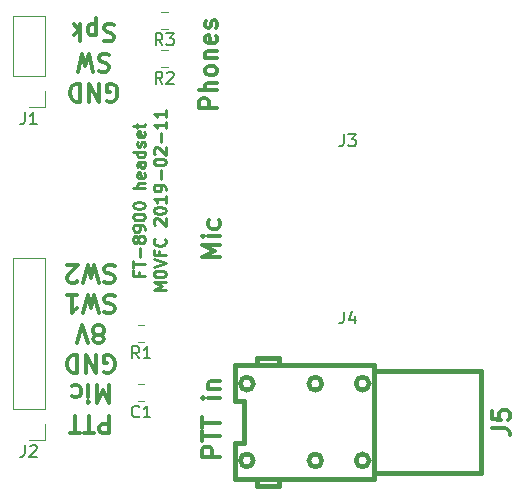
<source format=gto>
G04 #@! TF.GenerationSoftware,KiCad,Pcbnew,(5.0.1)-4*
G04 #@! TF.CreationDate,2019-02-11T23:05:39+00:00*
G04 #@! TF.ProjectId,FT-8900-Headset,46542D383930302D486561647365742E,rev?*
G04 #@! TF.SameCoordinates,Original*
G04 #@! TF.FileFunction,Legend,Top*
G04 #@! TF.FilePolarity,Positive*
%FSLAX46Y46*%
G04 Gerber Fmt 4.6, Leading zero omitted, Abs format (unit mm)*
G04 Created by KiCad (PCBNEW (5.0.1)-4) date 11/02/2019 23:05:39*
%MOMM*%
%LPD*%
G01*
G04 APERTURE LIST*
%ADD10C,0.300000*%
%ADD11C,0.250000*%
%ADD12C,0.381000*%
%ADD13C,0.120000*%
%ADD14C,0.304800*%
%ADD15C,0.150000*%
G04 APERTURE END LIST*
D10*
X159892857Y-92300000D02*
X160035714Y-92371428D01*
X160250000Y-92371428D01*
X160464285Y-92300000D01*
X160607142Y-92157142D01*
X160678571Y-92014285D01*
X160750000Y-91728571D01*
X160750000Y-91514285D01*
X160678571Y-91228571D01*
X160607142Y-91085714D01*
X160464285Y-90942857D01*
X160250000Y-90871428D01*
X160107142Y-90871428D01*
X159892857Y-90942857D01*
X159821428Y-91014285D01*
X159821428Y-91514285D01*
X160107142Y-91514285D01*
X159178571Y-90871428D02*
X159178571Y-92371428D01*
X158321428Y-90871428D01*
X158321428Y-92371428D01*
X157607142Y-90871428D02*
X157607142Y-92371428D01*
X157250000Y-92371428D01*
X157035714Y-92300000D01*
X156892857Y-92157142D01*
X156821428Y-92014285D01*
X156750000Y-91728571D01*
X156750000Y-91514285D01*
X156821428Y-91228571D01*
X156892857Y-91085714D01*
X157035714Y-90942857D01*
X157250000Y-90871428D01*
X157607142Y-90871428D01*
X160035714Y-88392857D02*
X159821428Y-88321428D01*
X159464285Y-88321428D01*
X159321428Y-88392857D01*
X159250000Y-88464285D01*
X159178571Y-88607142D01*
X159178571Y-88750000D01*
X159250000Y-88892857D01*
X159321428Y-88964285D01*
X159464285Y-89035714D01*
X159750000Y-89107142D01*
X159892857Y-89178571D01*
X159964285Y-89250000D01*
X160035714Y-89392857D01*
X160035714Y-89535714D01*
X159964285Y-89678571D01*
X159892857Y-89750000D01*
X159750000Y-89821428D01*
X159392857Y-89821428D01*
X159178571Y-89750000D01*
X158678571Y-89821428D02*
X158321428Y-88321428D01*
X158035714Y-89392857D01*
X157750000Y-88321428D01*
X157392857Y-89821428D01*
X160464285Y-85842857D02*
X160250000Y-85771428D01*
X159892857Y-85771428D01*
X159750000Y-85842857D01*
X159678571Y-85914285D01*
X159607142Y-86057142D01*
X159607142Y-86200000D01*
X159678571Y-86342857D01*
X159750000Y-86414285D01*
X159892857Y-86485714D01*
X160178571Y-86557142D01*
X160321428Y-86628571D01*
X160392857Y-86700000D01*
X160464285Y-86842857D01*
X160464285Y-86985714D01*
X160392857Y-87128571D01*
X160321428Y-87200000D01*
X160178571Y-87271428D01*
X159821428Y-87271428D01*
X159607142Y-87200000D01*
X158964285Y-86771428D02*
X158964285Y-85271428D01*
X158964285Y-86700000D02*
X158821428Y-86771428D01*
X158535714Y-86771428D01*
X158392857Y-86700000D01*
X158321428Y-86628571D01*
X158250000Y-86485714D01*
X158250000Y-86057142D01*
X158321428Y-85914285D01*
X158392857Y-85842857D01*
X158535714Y-85771428D01*
X158821428Y-85771428D01*
X158964285Y-85842857D01*
X157607142Y-85771428D02*
X157607142Y-87271428D01*
X157464285Y-86342857D02*
X157035714Y-85771428D01*
X157035714Y-86771428D02*
X157607142Y-86200000D01*
X160035714Y-118946428D02*
X160035714Y-120446428D01*
X159464285Y-120446428D01*
X159321428Y-120375000D01*
X159250000Y-120303571D01*
X159178571Y-120160714D01*
X159178571Y-119946428D01*
X159250000Y-119803571D01*
X159321428Y-119732142D01*
X159464285Y-119660714D01*
X160035714Y-119660714D01*
X158750000Y-120446428D02*
X157892857Y-120446428D01*
X158321428Y-118946428D02*
X158321428Y-120446428D01*
X157607142Y-120446428D02*
X156750000Y-120446428D01*
X157178571Y-118946428D02*
X157178571Y-120446428D01*
X160000000Y-116396428D02*
X160000000Y-117896428D01*
X159500000Y-116825000D01*
X159000000Y-117896428D01*
X159000000Y-116396428D01*
X158285714Y-116396428D02*
X158285714Y-117396428D01*
X158285714Y-117896428D02*
X158357142Y-117825000D01*
X158285714Y-117753571D01*
X158214285Y-117825000D01*
X158285714Y-117896428D01*
X158285714Y-117753571D01*
X156928571Y-116467857D02*
X157071428Y-116396428D01*
X157357142Y-116396428D01*
X157500000Y-116467857D01*
X157571428Y-116539285D01*
X157642857Y-116682142D01*
X157642857Y-117110714D01*
X157571428Y-117253571D01*
X157500000Y-117325000D01*
X157357142Y-117396428D01*
X157071428Y-117396428D01*
X156928571Y-117325000D01*
X159642857Y-115275000D02*
X159785714Y-115346428D01*
X160000000Y-115346428D01*
X160214285Y-115275000D01*
X160357142Y-115132142D01*
X160428571Y-114989285D01*
X160500000Y-114703571D01*
X160500000Y-114489285D01*
X160428571Y-114203571D01*
X160357142Y-114060714D01*
X160214285Y-113917857D01*
X160000000Y-113846428D01*
X159857142Y-113846428D01*
X159642857Y-113917857D01*
X159571428Y-113989285D01*
X159571428Y-114489285D01*
X159857142Y-114489285D01*
X158928571Y-113846428D02*
X158928571Y-115346428D01*
X158071428Y-113846428D01*
X158071428Y-115346428D01*
X157357142Y-113846428D02*
X157357142Y-115346428D01*
X157000000Y-115346428D01*
X156785714Y-115275000D01*
X156642857Y-115132142D01*
X156571428Y-114989285D01*
X156500000Y-114703571D01*
X156500000Y-114489285D01*
X156571428Y-114203571D01*
X156642857Y-114060714D01*
X156785714Y-113917857D01*
X157000000Y-113846428D01*
X157357142Y-113846428D01*
X159285714Y-112153571D02*
X159428571Y-112225000D01*
X159500000Y-112296428D01*
X159571428Y-112439285D01*
X159571428Y-112510714D01*
X159500000Y-112653571D01*
X159428571Y-112725000D01*
X159285714Y-112796428D01*
X159000000Y-112796428D01*
X158857142Y-112725000D01*
X158785714Y-112653571D01*
X158714285Y-112510714D01*
X158714285Y-112439285D01*
X158785714Y-112296428D01*
X158857142Y-112225000D01*
X159000000Y-112153571D01*
X159285714Y-112153571D01*
X159428571Y-112082142D01*
X159500000Y-112010714D01*
X159571428Y-111867857D01*
X159571428Y-111582142D01*
X159500000Y-111439285D01*
X159428571Y-111367857D01*
X159285714Y-111296428D01*
X159000000Y-111296428D01*
X158857142Y-111367857D01*
X158785714Y-111439285D01*
X158714285Y-111582142D01*
X158714285Y-111867857D01*
X158785714Y-112010714D01*
X158857142Y-112082142D01*
X159000000Y-112153571D01*
X158285714Y-112796428D02*
X157785714Y-111296428D01*
X157285714Y-112796428D01*
X160500000Y-108817857D02*
X160285714Y-108746428D01*
X159928571Y-108746428D01*
X159785714Y-108817857D01*
X159714285Y-108889285D01*
X159642857Y-109032142D01*
X159642857Y-109175000D01*
X159714285Y-109317857D01*
X159785714Y-109389285D01*
X159928571Y-109460714D01*
X160214285Y-109532142D01*
X160357142Y-109603571D01*
X160428571Y-109675000D01*
X160500000Y-109817857D01*
X160500000Y-109960714D01*
X160428571Y-110103571D01*
X160357142Y-110175000D01*
X160214285Y-110246428D01*
X159857142Y-110246428D01*
X159642857Y-110175000D01*
X159142857Y-110246428D02*
X158785714Y-108746428D01*
X158500000Y-109817857D01*
X158214285Y-108746428D01*
X157857142Y-110246428D01*
X156500000Y-108746428D02*
X157357142Y-108746428D01*
X156928571Y-108746428D02*
X156928571Y-110246428D01*
X157071428Y-110032142D01*
X157214285Y-109889285D01*
X157357142Y-109817857D01*
X160500000Y-106267857D02*
X160285714Y-106196428D01*
X159928571Y-106196428D01*
X159785714Y-106267857D01*
X159714285Y-106339285D01*
X159642857Y-106482142D01*
X159642857Y-106625000D01*
X159714285Y-106767857D01*
X159785714Y-106839285D01*
X159928571Y-106910714D01*
X160214285Y-106982142D01*
X160357142Y-107053571D01*
X160428571Y-107125000D01*
X160500000Y-107267857D01*
X160500000Y-107410714D01*
X160428571Y-107553571D01*
X160357142Y-107625000D01*
X160214285Y-107696428D01*
X159857142Y-107696428D01*
X159642857Y-107625000D01*
X159142857Y-107696428D02*
X158785714Y-106196428D01*
X158500000Y-107267857D01*
X158214285Y-106196428D01*
X157857142Y-107696428D01*
X157357142Y-107553571D02*
X157285714Y-107625000D01*
X157142857Y-107696428D01*
X156785714Y-107696428D01*
X156642857Y-107625000D01*
X156571428Y-107553571D01*
X156500000Y-107410714D01*
X156500000Y-107267857D01*
X156571428Y-107053571D01*
X157428571Y-106196428D01*
X156500000Y-106196428D01*
X169178571Y-92928571D02*
X167678571Y-92928571D01*
X167678571Y-92357142D01*
X167750000Y-92214285D01*
X167821428Y-92142857D01*
X167964285Y-92071428D01*
X168178571Y-92071428D01*
X168321428Y-92142857D01*
X168392857Y-92214285D01*
X168464285Y-92357142D01*
X168464285Y-92928571D01*
X169178571Y-91428571D02*
X167678571Y-91428571D01*
X169178571Y-90785714D02*
X168392857Y-90785714D01*
X168250000Y-90857142D01*
X168178571Y-91000000D01*
X168178571Y-91214285D01*
X168250000Y-91357142D01*
X168321428Y-91428571D01*
X169178571Y-89857142D02*
X169107142Y-90000000D01*
X169035714Y-90071428D01*
X168892857Y-90142857D01*
X168464285Y-90142857D01*
X168321428Y-90071428D01*
X168250000Y-90000000D01*
X168178571Y-89857142D01*
X168178571Y-89642857D01*
X168250000Y-89500000D01*
X168321428Y-89428571D01*
X168464285Y-89357142D01*
X168892857Y-89357142D01*
X169035714Y-89428571D01*
X169107142Y-89500000D01*
X169178571Y-89642857D01*
X169178571Y-89857142D01*
X168178571Y-88714285D02*
X169178571Y-88714285D01*
X168321428Y-88714285D02*
X168250000Y-88642857D01*
X168178571Y-88500000D01*
X168178571Y-88285714D01*
X168250000Y-88142857D01*
X168392857Y-88071428D01*
X169178571Y-88071428D01*
X169107142Y-86785714D02*
X169178571Y-86928571D01*
X169178571Y-87214285D01*
X169107142Y-87357142D01*
X168964285Y-87428571D01*
X168392857Y-87428571D01*
X168250000Y-87357142D01*
X168178571Y-87214285D01*
X168178571Y-86928571D01*
X168250000Y-86785714D01*
X168392857Y-86714285D01*
X168535714Y-86714285D01*
X168678571Y-87428571D01*
X169107142Y-86142857D02*
X169178571Y-86000000D01*
X169178571Y-85714285D01*
X169107142Y-85571428D01*
X168964285Y-85500000D01*
X168892857Y-85500000D01*
X168750000Y-85571428D01*
X168678571Y-85714285D01*
X168678571Y-85928571D01*
X168607142Y-86071428D01*
X168464285Y-86142857D01*
X168392857Y-86142857D01*
X168250000Y-86071428D01*
X168178571Y-85928571D01*
X168178571Y-85714285D01*
X168250000Y-85571428D01*
X169428571Y-105500000D02*
X167928571Y-105500000D01*
X169000000Y-105000000D01*
X167928571Y-104500000D01*
X169428571Y-104500000D01*
X169428571Y-103785714D02*
X168428571Y-103785714D01*
X167928571Y-103785714D02*
X168000000Y-103857142D01*
X168071428Y-103785714D01*
X168000000Y-103714285D01*
X167928571Y-103785714D01*
X168071428Y-103785714D01*
X169357142Y-102428571D02*
X169428571Y-102571428D01*
X169428571Y-102857142D01*
X169357142Y-103000000D01*
X169285714Y-103071428D01*
X169142857Y-103142857D01*
X168714285Y-103142857D01*
X168571428Y-103071428D01*
X168500000Y-103000000D01*
X168428571Y-102857142D01*
X168428571Y-102571428D01*
X168500000Y-102428571D01*
D11*
X162553571Y-106797619D02*
X162553571Y-107130952D01*
X163077380Y-107130952D02*
X162077380Y-107130952D01*
X162077380Y-106654761D01*
X162077380Y-106416666D02*
X162077380Y-105845238D01*
X163077380Y-106130952D02*
X162077380Y-106130952D01*
X162696428Y-105511904D02*
X162696428Y-104750000D01*
X162505952Y-104130952D02*
X162458333Y-104226190D01*
X162410714Y-104273809D01*
X162315476Y-104321428D01*
X162267857Y-104321428D01*
X162172619Y-104273809D01*
X162125000Y-104226190D01*
X162077380Y-104130952D01*
X162077380Y-103940476D01*
X162125000Y-103845238D01*
X162172619Y-103797619D01*
X162267857Y-103750000D01*
X162315476Y-103750000D01*
X162410714Y-103797619D01*
X162458333Y-103845238D01*
X162505952Y-103940476D01*
X162505952Y-104130952D01*
X162553571Y-104226190D01*
X162601190Y-104273809D01*
X162696428Y-104321428D01*
X162886904Y-104321428D01*
X162982142Y-104273809D01*
X163029761Y-104226190D01*
X163077380Y-104130952D01*
X163077380Y-103940476D01*
X163029761Y-103845238D01*
X162982142Y-103797619D01*
X162886904Y-103750000D01*
X162696428Y-103750000D01*
X162601190Y-103797619D01*
X162553571Y-103845238D01*
X162505952Y-103940476D01*
X163077380Y-103273809D02*
X163077380Y-103083333D01*
X163029761Y-102988095D01*
X162982142Y-102940476D01*
X162839285Y-102845238D01*
X162648809Y-102797619D01*
X162267857Y-102797619D01*
X162172619Y-102845238D01*
X162125000Y-102892857D01*
X162077380Y-102988095D01*
X162077380Y-103178571D01*
X162125000Y-103273809D01*
X162172619Y-103321428D01*
X162267857Y-103369047D01*
X162505952Y-103369047D01*
X162601190Y-103321428D01*
X162648809Y-103273809D01*
X162696428Y-103178571D01*
X162696428Y-102988095D01*
X162648809Y-102892857D01*
X162601190Y-102845238D01*
X162505952Y-102797619D01*
X162077380Y-102178571D02*
X162077380Y-102083333D01*
X162125000Y-101988095D01*
X162172619Y-101940476D01*
X162267857Y-101892857D01*
X162458333Y-101845238D01*
X162696428Y-101845238D01*
X162886904Y-101892857D01*
X162982142Y-101940476D01*
X163029761Y-101988095D01*
X163077380Y-102083333D01*
X163077380Y-102178571D01*
X163029761Y-102273809D01*
X162982142Y-102321428D01*
X162886904Y-102369047D01*
X162696428Y-102416666D01*
X162458333Y-102416666D01*
X162267857Y-102369047D01*
X162172619Y-102321428D01*
X162125000Y-102273809D01*
X162077380Y-102178571D01*
X162077380Y-101226190D02*
X162077380Y-101130952D01*
X162125000Y-101035714D01*
X162172619Y-100988095D01*
X162267857Y-100940476D01*
X162458333Y-100892857D01*
X162696428Y-100892857D01*
X162886904Y-100940476D01*
X162982142Y-100988095D01*
X163029761Y-101035714D01*
X163077380Y-101130952D01*
X163077380Y-101226190D01*
X163029761Y-101321428D01*
X162982142Y-101369047D01*
X162886904Y-101416666D01*
X162696428Y-101464285D01*
X162458333Y-101464285D01*
X162267857Y-101416666D01*
X162172619Y-101369047D01*
X162125000Y-101321428D01*
X162077380Y-101226190D01*
X163077380Y-99702380D02*
X162077380Y-99702380D01*
X163077380Y-99273809D02*
X162553571Y-99273809D01*
X162458333Y-99321428D01*
X162410714Y-99416666D01*
X162410714Y-99559523D01*
X162458333Y-99654761D01*
X162505952Y-99702380D01*
X163029761Y-98416666D02*
X163077380Y-98511904D01*
X163077380Y-98702380D01*
X163029761Y-98797619D01*
X162934523Y-98845238D01*
X162553571Y-98845238D01*
X162458333Y-98797619D01*
X162410714Y-98702380D01*
X162410714Y-98511904D01*
X162458333Y-98416666D01*
X162553571Y-98369047D01*
X162648809Y-98369047D01*
X162744047Y-98845238D01*
X163077380Y-97511904D02*
X162553571Y-97511904D01*
X162458333Y-97559523D01*
X162410714Y-97654761D01*
X162410714Y-97845238D01*
X162458333Y-97940476D01*
X163029761Y-97511904D02*
X163077380Y-97607142D01*
X163077380Y-97845238D01*
X163029761Y-97940476D01*
X162934523Y-97988095D01*
X162839285Y-97988095D01*
X162744047Y-97940476D01*
X162696428Y-97845238D01*
X162696428Y-97607142D01*
X162648809Y-97511904D01*
X163077380Y-96607142D02*
X162077380Y-96607142D01*
X163029761Y-96607142D02*
X163077380Y-96702380D01*
X163077380Y-96892857D01*
X163029761Y-96988095D01*
X162982142Y-97035714D01*
X162886904Y-97083333D01*
X162601190Y-97083333D01*
X162505952Y-97035714D01*
X162458333Y-96988095D01*
X162410714Y-96892857D01*
X162410714Y-96702380D01*
X162458333Y-96607142D01*
X163029761Y-96178571D02*
X163077380Y-96083333D01*
X163077380Y-95892857D01*
X163029761Y-95797619D01*
X162934523Y-95750000D01*
X162886904Y-95750000D01*
X162791666Y-95797619D01*
X162744047Y-95892857D01*
X162744047Y-96035714D01*
X162696428Y-96130952D01*
X162601190Y-96178571D01*
X162553571Y-96178571D01*
X162458333Y-96130952D01*
X162410714Y-96035714D01*
X162410714Y-95892857D01*
X162458333Y-95797619D01*
X163029761Y-94940476D02*
X163077380Y-95035714D01*
X163077380Y-95226190D01*
X163029761Y-95321428D01*
X162934523Y-95369047D01*
X162553571Y-95369047D01*
X162458333Y-95321428D01*
X162410714Y-95226190D01*
X162410714Y-95035714D01*
X162458333Y-94940476D01*
X162553571Y-94892857D01*
X162648809Y-94892857D01*
X162744047Y-95369047D01*
X162410714Y-94607142D02*
X162410714Y-94226190D01*
X162077380Y-94464285D02*
X162934523Y-94464285D01*
X163029761Y-94416666D01*
X163077380Y-94321428D01*
X163077380Y-94226190D01*
X164827380Y-108345238D02*
X163827380Y-108345238D01*
X164541666Y-108011904D01*
X163827380Y-107678571D01*
X164827380Y-107678571D01*
X163827380Y-107011904D02*
X163827380Y-106916666D01*
X163875000Y-106821428D01*
X163922619Y-106773809D01*
X164017857Y-106726190D01*
X164208333Y-106678571D01*
X164446428Y-106678571D01*
X164636904Y-106726190D01*
X164732142Y-106773809D01*
X164779761Y-106821428D01*
X164827380Y-106916666D01*
X164827380Y-107011904D01*
X164779761Y-107107142D01*
X164732142Y-107154761D01*
X164636904Y-107202380D01*
X164446428Y-107250000D01*
X164208333Y-107250000D01*
X164017857Y-107202380D01*
X163922619Y-107154761D01*
X163875000Y-107107142D01*
X163827380Y-107011904D01*
X163827380Y-106392857D02*
X164827380Y-106059523D01*
X163827380Y-105726190D01*
X164303571Y-105059523D02*
X164303571Y-105392857D01*
X164827380Y-105392857D02*
X163827380Y-105392857D01*
X163827380Y-104916666D01*
X164732142Y-103964285D02*
X164779761Y-104011904D01*
X164827380Y-104154761D01*
X164827380Y-104250000D01*
X164779761Y-104392857D01*
X164684523Y-104488095D01*
X164589285Y-104535714D01*
X164398809Y-104583333D01*
X164255952Y-104583333D01*
X164065476Y-104535714D01*
X163970238Y-104488095D01*
X163875000Y-104392857D01*
X163827380Y-104250000D01*
X163827380Y-104154761D01*
X163875000Y-104011904D01*
X163922619Y-103964285D01*
X163922619Y-102821428D02*
X163875000Y-102773809D01*
X163827380Y-102678571D01*
X163827380Y-102440476D01*
X163875000Y-102345238D01*
X163922619Y-102297619D01*
X164017857Y-102250000D01*
X164113095Y-102250000D01*
X164255952Y-102297619D01*
X164827380Y-102869047D01*
X164827380Y-102250000D01*
X163827380Y-101630952D02*
X163827380Y-101535714D01*
X163875000Y-101440476D01*
X163922619Y-101392857D01*
X164017857Y-101345238D01*
X164208333Y-101297619D01*
X164446428Y-101297619D01*
X164636904Y-101345238D01*
X164732142Y-101392857D01*
X164779761Y-101440476D01*
X164827380Y-101535714D01*
X164827380Y-101630952D01*
X164779761Y-101726190D01*
X164732142Y-101773809D01*
X164636904Y-101821428D01*
X164446428Y-101869047D01*
X164208333Y-101869047D01*
X164017857Y-101821428D01*
X163922619Y-101773809D01*
X163875000Y-101726190D01*
X163827380Y-101630952D01*
X164827380Y-100345238D02*
X164827380Y-100916666D01*
X164827380Y-100630952D02*
X163827380Y-100630952D01*
X163970238Y-100726190D01*
X164065476Y-100821428D01*
X164113095Y-100916666D01*
X164827380Y-99869047D02*
X164827380Y-99678571D01*
X164779761Y-99583333D01*
X164732142Y-99535714D01*
X164589285Y-99440476D01*
X164398809Y-99392857D01*
X164017857Y-99392857D01*
X163922619Y-99440476D01*
X163875000Y-99488095D01*
X163827380Y-99583333D01*
X163827380Y-99773809D01*
X163875000Y-99869047D01*
X163922619Y-99916666D01*
X164017857Y-99964285D01*
X164255952Y-99964285D01*
X164351190Y-99916666D01*
X164398809Y-99869047D01*
X164446428Y-99773809D01*
X164446428Y-99583333D01*
X164398809Y-99488095D01*
X164351190Y-99440476D01*
X164255952Y-99392857D01*
X164446428Y-98964285D02*
X164446428Y-98202380D01*
X163827380Y-97535714D02*
X163827380Y-97440476D01*
X163875000Y-97345238D01*
X163922619Y-97297619D01*
X164017857Y-97250000D01*
X164208333Y-97202380D01*
X164446428Y-97202380D01*
X164636904Y-97250000D01*
X164732142Y-97297619D01*
X164779761Y-97345238D01*
X164827380Y-97440476D01*
X164827380Y-97535714D01*
X164779761Y-97630952D01*
X164732142Y-97678571D01*
X164636904Y-97726190D01*
X164446428Y-97773809D01*
X164208333Y-97773809D01*
X164017857Y-97726190D01*
X163922619Y-97678571D01*
X163875000Y-97630952D01*
X163827380Y-97535714D01*
X163922619Y-96821428D02*
X163875000Y-96773809D01*
X163827380Y-96678571D01*
X163827380Y-96440476D01*
X163875000Y-96345238D01*
X163922619Y-96297619D01*
X164017857Y-96250000D01*
X164113095Y-96250000D01*
X164255952Y-96297619D01*
X164827380Y-96869047D01*
X164827380Y-96250000D01*
X164446428Y-95821428D02*
X164446428Y-95059523D01*
X164827380Y-94059523D02*
X164827380Y-94630952D01*
X164827380Y-94345238D02*
X163827380Y-94345238D01*
X163970238Y-94440476D01*
X164065476Y-94535714D01*
X164113095Y-94630952D01*
X164827380Y-93107142D02*
X164827380Y-93678571D01*
X164827380Y-93392857D02*
X163827380Y-93392857D01*
X163970238Y-93488095D01*
X164065476Y-93583333D01*
X164113095Y-93678571D01*
D12*
G04 #@! TO.C,J5*
X170700420Y-114699400D02*
X182501260Y-114699400D01*
X182498720Y-124300600D02*
X170697880Y-124300600D01*
X182501260Y-114699400D02*
X182501260Y-124300600D01*
X170700420Y-117699140D02*
X170700420Y-114699400D01*
X171500520Y-117699140D02*
X170700420Y-117699140D01*
X171500520Y-121300860D02*
X171500520Y-117699140D01*
X170700420Y-121300860D02*
X171500520Y-121300860D01*
X170700420Y-124300600D02*
X170700420Y-121300860D01*
X174401200Y-124900040D02*
X172600340Y-124900040D01*
X174401200Y-124300600D02*
X174401200Y-124900040D01*
X172600340Y-124900040D02*
X172600340Y-124300600D01*
X174401200Y-114099960D02*
X174401200Y-114699400D01*
X172600340Y-114099960D02*
X174401200Y-114099960D01*
X172600340Y-114699400D02*
X172600340Y-114099960D01*
X191500480Y-115199780D02*
X182501260Y-115199780D01*
X191500480Y-123800220D02*
X191500480Y-115199780D01*
X182501260Y-123800220D02*
X191500480Y-123800220D01*
X178053516Y-116248800D02*
G75*
G03X178053516Y-116248800I-553516J0D01*
G01*
X178048640Y-122751200D02*
G75*
G03X178048640Y-122751200I-548640J0D01*
G01*
X182051487Y-122751200D02*
G75*
G03X182051487Y-122751200I-550987J0D01*
G01*
X182053789Y-116248800D02*
G75*
G03X182053789Y-116248800I-553289J0D01*
G01*
X172254696Y-116248800D02*
G75*
G03X172254696Y-116248800I-553516J0D01*
G01*
X172249820Y-122751200D02*
G75*
G03X172249820Y-122751200I-548640J0D01*
G01*
D13*
G04 #@! TO.C,C1*
X163011252Y-117710000D02*
X162488748Y-117710000D01*
X163011252Y-116290000D02*
X162488748Y-116290000D01*
G04 #@! TO.C,J1*
X154580000Y-85090000D02*
X151920000Y-85090000D01*
X154580000Y-90230000D02*
X154580000Y-85090000D01*
X151920000Y-90230000D02*
X151920000Y-85090000D01*
X154580000Y-90230000D02*
X151920000Y-90230000D01*
X154580000Y-91500000D02*
X154580000Y-92830000D01*
X154580000Y-92830000D02*
X153250000Y-92830000D01*
G04 #@! TO.C,J2*
X154580000Y-105630000D02*
X151920000Y-105630000D01*
X154580000Y-118390000D02*
X154580000Y-105630000D01*
X151920000Y-118390000D02*
X151920000Y-105630000D01*
X154580000Y-118390000D02*
X151920000Y-118390000D01*
X154580000Y-119660000D02*
X154580000Y-120990000D01*
X154580000Y-120990000D02*
X153250000Y-120990000D01*
G04 #@! TO.C,R1*
X163011252Y-112710000D02*
X162488748Y-112710000D01*
X163011252Y-111290000D02*
X162488748Y-111290000D01*
G04 #@! TO.C,R2*
X164986252Y-89460000D02*
X164463748Y-89460000D01*
X164986252Y-88040000D02*
X164463748Y-88040000D01*
G04 #@! TO.C,R3*
X164986252Y-84790000D02*
X164463748Y-84790000D01*
X164986252Y-86210000D02*
X164463748Y-86210000D01*
G04 #@! TO.C,J5*
D14*
X192464228Y-120008000D02*
X193552800Y-120008000D01*
X193770514Y-120080571D01*
X193915657Y-120225714D01*
X193988228Y-120443428D01*
X193988228Y-120588571D01*
X192464228Y-118556571D02*
X192464228Y-119282285D01*
X193189942Y-119354857D01*
X193117371Y-119282285D01*
X193044800Y-119137142D01*
X193044800Y-118774285D01*
X193117371Y-118629142D01*
X193189942Y-118556571D01*
X193335085Y-118484000D01*
X193697942Y-118484000D01*
X193843085Y-118556571D01*
X193915657Y-118629142D01*
X193988228Y-118774285D01*
X193988228Y-119137142D01*
X193915657Y-119282285D01*
X193843085Y-119354857D01*
X169439428Y-122443142D02*
X167915428Y-122443142D01*
X167915428Y-121862571D01*
X167988000Y-121717428D01*
X168060571Y-121644857D01*
X168205714Y-121572285D01*
X168423428Y-121572285D01*
X168568571Y-121644857D01*
X168641142Y-121717428D01*
X168713714Y-121862571D01*
X168713714Y-122443142D01*
X167915428Y-121136857D02*
X167915428Y-120266000D01*
X169439428Y-120701428D02*
X167915428Y-120701428D01*
X167915428Y-119975714D02*
X167915428Y-119104857D01*
X169439428Y-119540285D02*
X167915428Y-119540285D01*
X169439428Y-117435714D02*
X168423428Y-117435714D01*
X167915428Y-117435714D02*
X167988000Y-117508285D01*
X168060571Y-117435714D01*
X167988000Y-117363142D01*
X167915428Y-117435714D01*
X168060571Y-117435714D01*
X168423428Y-116710000D02*
X169439428Y-116710000D01*
X168568571Y-116710000D02*
X168496000Y-116637428D01*
X168423428Y-116492285D01*
X168423428Y-116274571D01*
X168496000Y-116129428D01*
X168641142Y-116056857D01*
X169439428Y-116056857D01*
G04 #@! TO.C,C1*
D15*
X162583333Y-119007142D02*
X162535714Y-119054761D01*
X162392857Y-119102380D01*
X162297619Y-119102380D01*
X162154761Y-119054761D01*
X162059523Y-118959523D01*
X162011904Y-118864285D01*
X161964285Y-118673809D01*
X161964285Y-118530952D01*
X162011904Y-118340476D01*
X162059523Y-118245238D01*
X162154761Y-118150000D01*
X162297619Y-118102380D01*
X162392857Y-118102380D01*
X162535714Y-118150000D01*
X162583333Y-118197619D01*
X163535714Y-119102380D02*
X162964285Y-119102380D01*
X163250000Y-119102380D02*
X163250000Y-118102380D01*
X163154761Y-118245238D01*
X163059523Y-118340476D01*
X162964285Y-118388095D01*
G04 #@! TO.C,J1*
X152916666Y-93282380D02*
X152916666Y-93996666D01*
X152869047Y-94139523D01*
X152773809Y-94234761D01*
X152630952Y-94282380D01*
X152535714Y-94282380D01*
X153916666Y-94282380D02*
X153345238Y-94282380D01*
X153630952Y-94282380D02*
X153630952Y-93282380D01*
X153535714Y-93425238D01*
X153440476Y-93520476D01*
X153345238Y-93568095D01*
G04 #@! TO.C,J2*
X152916666Y-121442380D02*
X152916666Y-122156666D01*
X152869047Y-122299523D01*
X152773809Y-122394761D01*
X152630952Y-122442380D01*
X152535714Y-122442380D01*
X153345238Y-121537619D02*
X153392857Y-121490000D01*
X153488095Y-121442380D01*
X153726190Y-121442380D01*
X153821428Y-121490000D01*
X153869047Y-121537619D01*
X153916666Y-121632857D01*
X153916666Y-121728095D01*
X153869047Y-121870952D01*
X153297619Y-122442380D01*
X153916666Y-122442380D01*
G04 #@! TO.C,J3*
X179916666Y-95152380D02*
X179916666Y-95866666D01*
X179869047Y-96009523D01*
X179773809Y-96104761D01*
X179630952Y-96152380D01*
X179535714Y-96152380D01*
X180297619Y-95152380D02*
X180916666Y-95152380D01*
X180583333Y-95533333D01*
X180726190Y-95533333D01*
X180821428Y-95580952D01*
X180869047Y-95628571D01*
X180916666Y-95723809D01*
X180916666Y-95961904D01*
X180869047Y-96057142D01*
X180821428Y-96104761D01*
X180726190Y-96152380D01*
X180440476Y-96152380D01*
X180345238Y-96104761D01*
X180297619Y-96057142D01*
G04 #@! TO.C,J4*
X179916666Y-110152380D02*
X179916666Y-110866666D01*
X179869047Y-111009523D01*
X179773809Y-111104761D01*
X179630952Y-111152380D01*
X179535714Y-111152380D01*
X180821428Y-110485714D02*
X180821428Y-111152380D01*
X180583333Y-110104761D02*
X180345238Y-110819047D01*
X180964285Y-110819047D01*
G04 #@! TO.C,R1*
X162583333Y-114102380D02*
X162250000Y-113626190D01*
X162011904Y-114102380D02*
X162011904Y-113102380D01*
X162392857Y-113102380D01*
X162488095Y-113150000D01*
X162535714Y-113197619D01*
X162583333Y-113292857D01*
X162583333Y-113435714D01*
X162535714Y-113530952D01*
X162488095Y-113578571D01*
X162392857Y-113626190D01*
X162011904Y-113626190D01*
X163535714Y-114102380D02*
X162964285Y-114102380D01*
X163250000Y-114102380D02*
X163250000Y-113102380D01*
X163154761Y-113245238D01*
X163059523Y-113340476D01*
X162964285Y-113388095D01*
G04 #@! TO.C,R2*
X164558333Y-90852380D02*
X164225000Y-90376190D01*
X163986904Y-90852380D02*
X163986904Y-89852380D01*
X164367857Y-89852380D01*
X164463095Y-89900000D01*
X164510714Y-89947619D01*
X164558333Y-90042857D01*
X164558333Y-90185714D01*
X164510714Y-90280952D01*
X164463095Y-90328571D01*
X164367857Y-90376190D01*
X163986904Y-90376190D01*
X164939285Y-89947619D02*
X164986904Y-89900000D01*
X165082142Y-89852380D01*
X165320238Y-89852380D01*
X165415476Y-89900000D01*
X165463095Y-89947619D01*
X165510714Y-90042857D01*
X165510714Y-90138095D01*
X165463095Y-90280952D01*
X164891666Y-90852380D01*
X165510714Y-90852380D01*
G04 #@! TO.C,R3*
X164558333Y-87602380D02*
X164225000Y-87126190D01*
X163986904Y-87602380D02*
X163986904Y-86602380D01*
X164367857Y-86602380D01*
X164463095Y-86650000D01*
X164510714Y-86697619D01*
X164558333Y-86792857D01*
X164558333Y-86935714D01*
X164510714Y-87030952D01*
X164463095Y-87078571D01*
X164367857Y-87126190D01*
X163986904Y-87126190D01*
X164891666Y-86602380D02*
X165510714Y-86602380D01*
X165177380Y-86983333D01*
X165320238Y-86983333D01*
X165415476Y-87030952D01*
X165463095Y-87078571D01*
X165510714Y-87173809D01*
X165510714Y-87411904D01*
X165463095Y-87507142D01*
X165415476Y-87554761D01*
X165320238Y-87602380D01*
X165034523Y-87602380D01*
X164939285Y-87554761D01*
X164891666Y-87507142D01*
G04 #@! TD*
M02*

</source>
